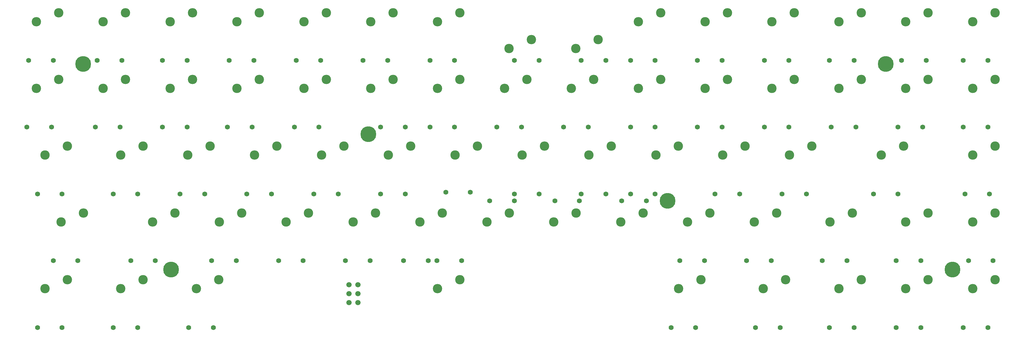
<source format=gts>
G04 (created by PCBNEW (2013-mar-13)-testing) date Mon 15 Apr 2013 12:09:35 AM CEST*
%MOIN*%
G04 Gerber Fmt 3.4, Leading zero omitted, Abs format*
%FSLAX34Y34*%
G01*
G70*
G90*
G04 APERTURE LIST*
%ADD10C,0.006*%
%ADD11C,0.0590551*%
%ADD12C,0.105*%
%ADD13C,0.177165*%
%ADD14C,0.0554*%
G04 APERTURE END LIST*
G54D10*
G54D11*
X64000Y-71000D03*
X64000Y-72000D03*
X64000Y-73000D03*
X63000Y-71000D03*
X63000Y-72000D03*
X63000Y-73000D03*
G54D12*
X30527Y-40519D03*
X28027Y-41519D03*
X30527Y-48000D03*
X28027Y-49000D03*
X75409Y-40519D03*
X72909Y-41519D03*
X52968Y-40519D03*
X50468Y-41519D03*
X69897Y-55480D03*
X67397Y-56480D03*
X39976Y-70440D03*
X37476Y-71440D03*
X51000Y-62960D03*
X48500Y-63960D03*
X58480Y-62960D03*
X55980Y-63960D03*
X67929Y-48000D03*
X65429Y-49000D03*
X60448Y-40519D03*
X57948Y-41519D03*
X38007Y-48000D03*
X35507Y-49000D03*
X65960Y-62960D03*
X63460Y-63960D03*
X52968Y-48000D03*
X50468Y-49000D03*
X47456Y-55480D03*
X44956Y-56480D03*
X39976Y-55480D03*
X37476Y-56480D03*
X67929Y-40519D03*
X65429Y-41519D03*
X60448Y-48000D03*
X57948Y-49000D03*
X54937Y-55480D03*
X52437Y-56480D03*
X62417Y-55480D03*
X59917Y-56480D03*
X45488Y-40519D03*
X42988Y-41519D03*
X45488Y-48000D03*
X42988Y-49000D03*
X43519Y-62960D03*
X41019Y-63960D03*
X38007Y-40519D03*
X35507Y-41519D03*
X112811Y-40519D03*
X110311Y-41519D03*
X110842Y-62960D03*
X108342Y-63960D03*
X112811Y-48000D03*
X110311Y-49000D03*
X114779Y-55480D03*
X112279Y-56480D03*
X120291Y-40519D03*
X117791Y-41519D03*
X120291Y-70440D03*
X117791Y-71440D03*
X120291Y-48000D03*
X117791Y-49000D03*
X105330Y-48000D03*
X102830Y-49000D03*
X127771Y-62960D03*
X125271Y-63960D03*
X127771Y-70440D03*
X125271Y-71440D03*
X127771Y-48000D03*
X125271Y-49000D03*
X135251Y-40519D03*
X132751Y-41519D03*
X135251Y-62960D03*
X132751Y-63960D03*
X135251Y-70440D03*
X132751Y-71440D03*
X135251Y-48000D03*
X132751Y-49000D03*
X135251Y-55480D03*
X132751Y-56480D03*
X127771Y-40519D03*
X125271Y-41519D03*
X80921Y-62960D03*
X78421Y-63960D03*
X82889Y-48000D03*
X80389Y-49000D03*
X84858Y-55480D03*
X82358Y-56480D03*
X88370Y-44519D03*
X90870Y-43519D03*
X88401Y-62960D03*
X85901Y-63960D03*
X107299Y-55480D03*
X104799Y-56480D03*
X90370Y-48000D03*
X87870Y-49000D03*
X77377Y-55480D03*
X74877Y-56480D03*
X80889Y-44519D03*
X83389Y-43519D03*
X97850Y-40519D03*
X95350Y-41519D03*
X95881Y-62960D03*
X93381Y-63960D03*
X75409Y-48000D03*
X72909Y-49000D03*
X97850Y-48000D03*
X95350Y-49000D03*
X99818Y-55480D03*
X97318Y-56480D03*
X105330Y-40519D03*
X102830Y-41519D03*
X103362Y-62960D03*
X100862Y-63960D03*
X73440Y-62960D03*
X70940Y-63960D03*
X92338Y-55480D03*
X89838Y-56480D03*
X33283Y-62960D03*
X30783Y-63960D03*
X125015Y-55480D03*
X122515Y-56480D03*
X31511Y-70440D03*
X29011Y-71440D03*
X31511Y-55480D03*
X29011Y-56480D03*
X119307Y-62960D03*
X116807Y-63960D03*
X111826Y-70440D03*
X109326Y-71440D03*
X102377Y-70440D03*
X99877Y-71440D03*
X48440Y-70440D03*
X45940Y-71440D03*
G54D13*
X33267Y-46259D03*
X123031Y-46259D03*
X43110Y-69291D03*
X130511Y-69291D03*
X65157Y-54133D03*
X98622Y-61614D03*
G54D12*
X75409Y-70440D03*
X72909Y-71440D03*
G54D14*
X97244Y-53346D03*
X94488Y-53346D03*
X110236Y-68307D03*
X107480Y-68307D03*
X112204Y-45866D03*
X109448Y-45866D03*
X103937Y-60826D03*
X106692Y-60826D03*
X104724Y-53346D03*
X101968Y-53346D03*
X101771Y-75787D03*
X99015Y-75787D03*
X102755Y-68307D03*
X100000Y-68307D03*
X104724Y-45866D03*
X101968Y-45866D03*
X97244Y-60826D03*
X94488Y-60826D03*
X111220Y-75787D03*
X108464Y-75787D03*
X93503Y-61614D03*
X96259Y-61614D03*
X97244Y-45866D03*
X94488Y-45866D03*
X91732Y-60826D03*
X88976Y-60826D03*
X89763Y-53346D03*
X87007Y-53346D03*
X86023Y-61614D03*
X88779Y-61614D03*
X88976Y-45866D03*
X91732Y-45866D03*
X84251Y-60826D03*
X81496Y-60826D03*
X126968Y-68307D03*
X124212Y-68307D03*
X134645Y-60826D03*
X131889Y-60826D03*
X134448Y-53346D03*
X131692Y-53346D03*
X134448Y-75787D03*
X131692Y-75787D03*
X135039Y-68307D03*
X132283Y-68307D03*
X134448Y-45866D03*
X131692Y-45866D03*
X124409Y-60826D03*
X121653Y-60826D03*
X127165Y-53346D03*
X124409Y-53346D03*
X126968Y-75787D03*
X124212Y-75787D03*
X82283Y-53346D03*
X79527Y-53346D03*
X127559Y-45866D03*
X124803Y-45866D03*
X119685Y-53346D03*
X116929Y-53346D03*
X119488Y-75787D03*
X116732Y-75787D03*
X118700Y-68307D03*
X115944Y-68307D03*
X119488Y-45866D03*
X116732Y-45866D03*
X114173Y-60826D03*
X111417Y-60826D03*
X112204Y-53346D03*
X109448Y-53346D03*
X39370Y-60826D03*
X36614Y-60826D03*
X52165Y-53346D03*
X49409Y-53346D03*
X50393Y-68307D03*
X47637Y-68307D03*
X52362Y-45866D03*
X49606Y-45866D03*
X46850Y-60826D03*
X44094Y-60826D03*
X44881Y-53346D03*
X42125Y-53346D03*
X47834Y-75787D03*
X45078Y-75787D03*
X41338Y-68307D03*
X38582Y-68307D03*
X44881Y-45866D03*
X42125Y-45866D03*
X54330Y-60826D03*
X51574Y-60826D03*
X37401Y-53346D03*
X34645Y-53346D03*
X39370Y-75787D03*
X36614Y-75787D03*
X37598Y-45866D03*
X34842Y-45866D03*
X30905Y-60826D03*
X28149Y-60826D03*
X29724Y-53346D03*
X26968Y-53346D03*
X30905Y-75787D03*
X28149Y-75787D03*
X32677Y-68307D03*
X29921Y-68307D03*
X29921Y-45866D03*
X27165Y-45866D03*
X59842Y-45866D03*
X57086Y-45866D03*
X57874Y-68307D03*
X55118Y-68307D03*
X59645Y-53346D03*
X56889Y-53346D03*
X61811Y-60826D03*
X59055Y-60826D03*
X67322Y-45866D03*
X64566Y-45866D03*
X62598Y-68307D03*
X65354Y-68307D03*
X69291Y-53346D03*
X66535Y-53346D03*
X69291Y-60826D03*
X66535Y-60826D03*
X74803Y-45866D03*
X72047Y-45866D03*
X69094Y-68307D03*
X71850Y-68307D03*
X75590Y-68307D03*
X72834Y-68307D03*
X74803Y-53346D03*
X72047Y-53346D03*
X76574Y-60629D03*
X73818Y-60629D03*
X81496Y-45866D03*
X84251Y-45866D03*
X78740Y-61614D03*
X81496Y-61614D03*
M02*

</source>
